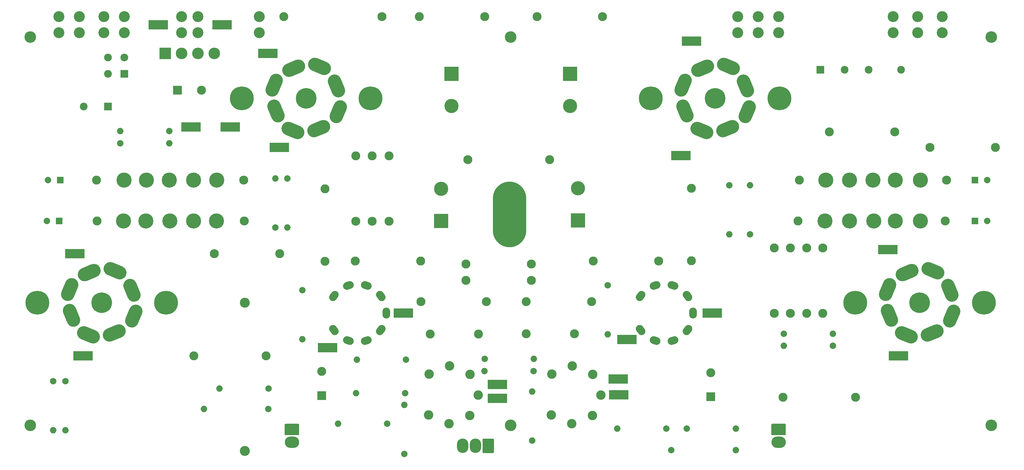
<source format=gbr>
G04 #@! TF.GenerationSoftware,KiCad,Pcbnew,(5.1.6)-1*
G04 #@! TF.CreationDate,2020-09-30T13:51:41+01:00*
G04 #@! TF.ProjectId,KIT88A,4b495438-3841-42e6-9b69-6361645f7063,rev?*
G04 #@! TF.SameCoordinates,Original*
G04 #@! TF.FileFunction,Soldermask,Bot*
G04 #@! TF.FilePolarity,Negative*
%FSLAX46Y46*%
G04 Gerber Fmt 4.6, Leading zero omitted, Abs format (unit mm)*
G04 Created by KiCad (PCBNEW (5.1.6)-1) date 2020-09-30 13:51:41*
%MOMM*%
%LPD*%
G01*
G04 APERTURE LIST*
%ADD10C,3.100000*%
%ADD11C,2.900000*%
%ADD12O,10.400000X20.400000*%
%ADD13R,3.200000X3.000000*%
%ADD14C,2.800000*%
%ADD15O,2.800000X2.800000*%
%ADD16O,2.400000X3.400000*%
%ADD17C,3.400000*%
%ADD18C,2.940000*%
%ADD19C,7.400000*%
%ADD20C,6.400000*%
%ADD21C,4.700000*%
%ADD22C,3.600000*%
%ADD23C,4.400000*%
%ADD24R,4.400000X4.400000*%
%ADD25R,2.800000X2.800000*%
%ADD26R,2.400000X2.400000*%
%ADD27C,2.400000*%
%ADD28R,2.000000X2.000000*%
%ADD29C,2.000000*%
%ADD30O,2.000000X2.000000*%
%ADD31O,4.500000X3.560000*%
%ADD32O,3.560000X4.500000*%
%ADD33O,2.400000X2.400000*%
%ADD34C,3.600001*%
%ADD35R,3.600000X3.600000*%
G04 APERTURE END LIST*
D10*
X92075000Y-236537500D03*
X92075000Y-190500000D03*
D11*
X174295000Y-171704000D03*
X174295000Y-168910000D03*
D12*
X174295000Y-163068000D03*
D11*
X174295000Y-165862000D03*
X174295000Y-160274000D03*
X174295000Y-157480000D03*
X174295000Y-154686000D03*
D13*
X232156000Y-109220000D03*
X229362000Y-109220000D03*
X101346000Y-142240000D03*
X104140000Y-142240000D03*
X100584000Y-113030000D03*
X97790000Y-113030000D03*
X226060000Y-144780000D03*
X228854000Y-144780000D03*
X40386000Y-207010000D03*
X43180000Y-207010000D03*
X40640000Y-175260000D03*
X37846000Y-175260000D03*
X293624000Y-207010000D03*
X296418000Y-207010000D03*
X293116000Y-173990000D03*
X290322000Y-173990000D03*
X119126000Y-204470000D03*
X116332000Y-204470000D03*
X139929000Y-193650000D03*
X142723000Y-193650000D03*
X209296000Y-201930000D03*
X212090000Y-201930000D03*
X235839000Y-193650000D03*
X238633000Y-193650000D03*
X206794000Y-219100000D03*
X209588000Y-219100000D03*
X206616000Y-214211000D03*
X209410000Y-214211000D03*
X73914000Y-135890000D03*
X76708000Y-135890000D03*
X86106000Y-135890000D03*
X88900000Y-135890000D03*
X169100000Y-220167000D03*
X171894000Y-220167000D03*
X169100000Y-215900000D03*
X171894000Y-215900000D03*
D14*
X104127000Y-101600000D03*
D15*
X134607000Y-101600000D03*
G36*
G01*
X120984713Y-188685834D02*
X120396927Y-189494850D01*
G75*
G02*
X118720765Y-189760328I-970820J705342D01*
G01*
X118720765Y-189760328D01*
G75*
G02*
X118455287Y-188084166I705342J970820D01*
G01*
X119043073Y-187275150D01*
G75*
G02*
X120719235Y-187009672I970820J-705342D01*
G01*
X120719235Y-187009672D01*
G75*
G02*
X120984713Y-188685834I-705342J-970820D01*
G01*
G37*
G36*
G01*
X125066349Y-186101759D02*
X124115292Y-186410776D01*
G75*
G02*
X122603204Y-185640328I-370820J1141268D01*
G01*
X122603204Y-185640328D01*
G75*
G02*
X123373652Y-184128240I1141268J370820D01*
G01*
X124324708Y-183819224D01*
G75*
G02*
X125836796Y-184589672I370820J-1141268D01*
G01*
X125836796Y-184589672D01*
G75*
G02*
X125066348Y-186101760I-1141268J-370820D01*
G01*
G37*
G36*
G01*
X129884708Y-186410776D02*
X128933652Y-186101760D01*
G75*
G02*
X128163204Y-184589672I370820J1141268D01*
G01*
X128163204Y-184589672D01*
G75*
G02*
X129675292Y-183819224I1141268J-370820D01*
G01*
X130626348Y-184128240D01*
G75*
G02*
X131396796Y-185640328I-370820J-1141268D01*
G01*
X131396796Y-185640328D01*
G75*
G02*
X129884708Y-186410776I-1141268J370820D01*
G01*
G37*
G36*
G01*
X133603072Y-189494851D02*
X133015287Y-188685834D01*
G75*
G02*
X133280765Y-187009672I970820J705342D01*
G01*
X133280765Y-187009672D01*
G75*
G02*
X134956927Y-187275150I705342J-970820D01*
G01*
X135544713Y-188084166D01*
G75*
G02*
X135279235Y-189760328I-970820J-705342D01*
G01*
X135279235Y-189760328D01*
G75*
G02*
X133603073Y-189494850I-705342J970820D01*
G01*
G37*
D16*
X136000000Y-193675000D03*
G36*
G01*
X135544713Y-199265834D02*
X134956927Y-200074850D01*
G75*
G02*
X133280765Y-200340328I-970820J705342D01*
G01*
X133280765Y-200340328D01*
G75*
G02*
X133015287Y-198664166I705342J970820D01*
G01*
X133603073Y-197855150D01*
G75*
G02*
X135279235Y-197589672I970820J-705342D01*
G01*
X135279235Y-197589672D01*
G75*
G02*
X135544713Y-199265834I-705342J-970820D01*
G01*
G37*
G36*
G01*
X130626349Y-203221759D02*
X129675292Y-203530776D01*
G75*
G02*
X128163204Y-202760328I-370820J1141268D01*
G01*
X128163204Y-202760328D01*
G75*
G02*
X128933652Y-201248240I1141268J370820D01*
G01*
X129884708Y-200939224D01*
G75*
G02*
X131396796Y-201709672I370820J-1141268D01*
G01*
X131396796Y-201709672D01*
G75*
G02*
X130626348Y-203221760I-1141268J-370820D01*
G01*
G37*
G36*
G01*
X124324708Y-203530776D02*
X123373652Y-203221760D01*
G75*
G02*
X122603204Y-201709672I370820J1141268D01*
G01*
X122603204Y-201709672D01*
G75*
G02*
X124115292Y-200939224I1141268J-370820D01*
G01*
X125066348Y-201248240D01*
G75*
G02*
X125836796Y-202760328I-370820J-1141268D01*
G01*
X125836796Y-202760328D01*
G75*
G02*
X124324708Y-203530776I-1141268J370820D01*
G01*
G37*
G36*
G01*
X119043072Y-200074851D02*
X118455287Y-199265834D01*
G75*
G02*
X118720765Y-197589672I970820J705342D01*
G01*
X118720765Y-197589672D01*
G75*
G02*
X120396927Y-197855150I705342J-970820D01*
G01*
X120984713Y-198664166D01*
G75*
G02*
X120719235Y-200340328I-970820J-705342D01*
G01*
X120719235Y-200340328D01*
G75*
G02*
X119043073Y-200074850I-705342J970820D01*
G01*
G37*
D17*
X257810000Y-106600000D03*
X257810000Y-101600000D03*
X308610000Y-106600000D03*
X308610000Y-101600000D03*
X40640000Y-106600000D03*
X40640000Y-101600000D03*
X48260000Y-106600000D03*
X48260000Y-101600000D03*
X34290000Y-106600000D03*
X34290000Y-101600000D03*
X96520000Y-106600000D03*
X96520000Y-101600000D03*
X300990000Y-106600000D03*
X300990000Y-101600000D03*
X245110000Y-106600000D03*
X245110000Y-101600000D03*
X251460000Y-106600000D03*
X251460000Y-101600000D03*
X293370000Y-106600000D03*
X293370000Y-101600000D03*
X54610000Y-106600000D03*
X54610000Y-101600000D03*
D18*
X149158749Y-225377493D03*
X155498468Y-228068545D03*
X161877493Y-225491251D03*
X164568545Y-219151532D03*
X161991251Y-212772507D03*
X155651532Y-210081455D03*
X149272507Y-212658749D03*
X187258749Y-225377493D03*
X193598468Y-228068545D03*
X199977493Y-225491251D03*
X202668545Y-219151532D03*
X200091251Y-212772507D03*
X193751532Y-210081455D03*
X187372507Y-212658749D03*
G36*
G01*
X216234713Y-188685834D02*
X215646927Y-189494850D01*
G75*
G02*
X213970765Y-189760328I-970820J705342D01*
G01*
X213970765Y-189760328D01*
G75*
G02*
X213705287Y-188084166I705342J970820D01*
G01*
X214293073Y-187275150D01*
G75*
G02*
X215969235Y-187009672I970820J-705342D01*
G01*
X215969235Y-187009672D01*
G75*
G02*
X216234713Y-188685834I-705342J-970820D01*
G01*
G37*
G36*
G01*
X220316349Y-186101759D02*
X219365292Y-186410776D01*
G75*
G02*
X217853204Y-185640328I-370820J1141268D01*
G01*
X217853204Y-185640328D01*
G75*
G02*
X218623652Y-184128240I1141268J370820D01*
G01*
X219574708Y-183819224D01*
G75*
G02*
X221086796Y-184589672I370820J-1141268D01*
G01*
X221086796Y-184589672D01*
G75*
G02*
X220316348Y-186101760I-1141268J-370820D01*
G01*
G37*
G36*
G01*
X225134708Y-186410776D02*
X224183652Y-186101760D01*
G75*
G02*
X223413204Y-184589672I370820J1141268D01*
G01*
X223413204Y-184589672D01*
G75*
G02*
X224925292Y-183819224I1141268J-370820D01*
G01*
X225876348Y-184128240D01*
G75*
G02*
X226646796Y-185640328I-370820J-1141268D01*
G01*
X226646796Y-185640328D01*
G75*
G02*
X225134708Y-186410776I-1141268J370820D01*
G01*
G37*
G36*
G01*
X228853072Y-189494851D02*
X228265287Y-188685834D01*
G75*
G02*
X228530765Y-187009672I970820J705342D01*
G01*
X228530765Y-187009672D01*
G75*
G02*
X230206927Y-187275150I705342J-970820D01*
G01*
X230794713Y-188084166D01*
G75*
G02*
X230529235Y-189760328I-970820J-705342D01*
G01*
X230529235Y-189760328D01*
G75*
G02*
X228853073Y-189494850I-705342J970820D01*
G01*
G37*
D16*
X231250000Y-193675000D03*
G36*
G01*
X230794713Y-199265834D02*
X230206927Y-200074850D01*
G75*
G02*
X228530765Y-200340328I-970820J705342D01*
G01*
X228530765Y-200340328D01*
G75*
G02*
X228265287Y-198664166I705342J970820D01*
G01*
X228853073Y-197855150D01*
G75*
G02*
X230529235Y-197589672I970820J-705342D01*
G01*
X230529235Y-197589672D01*
G75*
G02*
X230794713Y-199265834I-705342J-970820D01*
G01*
G37*
G36*
G01*
X225876349Y-203221759D02*
X224925292Y-203530776D01*
G75*
G02*
X223413204Y-202760328I-370820J1141268D01*
G01*
X223413204Y-202760328D01*
G75*
G02*
X224183652Y-201248240I1141268J370820D01*
G01*
X225134708Y-200939224D01*
G75*
G02*
X226646796Y-201709672I370820J-1141268D01*
G01*
X226646796Y-201709672D01*
G75*
G02*
X225876348Y-203221760I-1141268J-370820D01*
G01*
G37*
G36*
G01*
X219574708Y-203530776D02*
X218623652Y-203221760D01*
G75*
G02*
X217853204Y-201709672I370820J1141268D01*
G01*
X217853204Y-201709672D01*
G75*
G02*
X219365292Y-200939224I1141268J-370820D01*
G01*
X220316348Y-201248240D01*
G75*
G02*
X221086796Y-202760328I-370820J-1141268D01*
G01*
X221086796Y-202760328D01*
G75*
G02*
X219574708Y-203530776I-1141268J370820D01*
G01*
G37*
G36*
G01*
X214293072Y-200074851D02*
X213705287Y-199265834D01*
G75*
G02*
X213970765Y-197589672I970820J705342D01*
G01*
X213970765Y-197589672D01*
G75*
G02*
X215646927Y-197855150I705342J-970820D01*
G01*
X216234713Y-198664166D01*
G75*
G02*
X215969235Y-200340328I-970820J-705342D01*
G01*
X215969235Y-200340328D01*
G75*
G02*
X214293073Y-200074850I-705342J970820D01*
G01*
G37*
D19*
X258125000Y-127000000D03*
X218125000Y-127000000D03*
D20*
X238125000Y-127000000D03*
G36*
G01*
X230154313Y-134306418D02*
X230154312Y-134306418D01*
G75*
G02*
X227410530Y-133169906I-803635J1940147D01*
G01*
X226185944Y-130213492D01*
G75*
G02*
X227322456Y-127469710I1940147J803635D01*
G01*
X227322456Y-127469710D01*
G75*
G02*
X230066238Y-128606222I803635J-1940147D01*
G01*
X231290824Y-131562636D01*
G75*
G02*
X230154312Y-134306418I-1940147J-803635D01*
G01*
G37*
G36*
G01*
X237419440Y-138371939D02*
X237419440Y-138371938D01*
G75*
G02*
X234675658Y-139508450I-1940147J803635D01*
G01*
X231719244Y-138283864D01*
G75*
G02*
X230582732Y-135540082I803635J1940147D01*
G01*
X230582732Y-135540082D01*
G75*
G02*
X233326514Y-134403570I1940147J-803635D01*
G01*
X236282928Y-135628156D01*
G75*
G02*
X237419440Y-138371938I-803635J-1940147D01*
G01*
G37*
G36*
G01*
X238594710Y-137802545D02*
X238594710Y-137802544D01*
G75*
G02*
X239731222Y-135058762I1940147J803635D01*
G01*
X242687636Y-133834176D01*
G75*
G02*
X245431418Y-134970688I803635J-1940147D01*
G01*
X245431418Y-134970688D01*
G75*
G02*
X244294906Y-137714470I-1940147J-803635D01*
G01*
X241338492Y-138939056D01*
G75*
G02*
X238594710Y-137802544I-803635J1940147D01*
G01*
G37*
G36*
G01*
X246665081Y-134542268D02*
X246665082Y-134542268D01*
G75*
G02*
X245528570Y-131798486I803635J1940147D01*
G01*
X246753156Y-128842072D01*
G75*
G02*
X249496938Y-127705560I1940147J-803635D01*
G01*
X249496938Y-127705560D01*
G75*
G02*
X250633450Y-130449342I-803635J-1940147D01*
G01*
X249408864Y-133405756D01*
G75*
G02*
X246665082Y-134542268I-1940147J803635D01*
G01*
G37*
G36*
G01*
X248927545Y-126530290D02*
X248927544Y-126530290D01*
G75*
G02*
X246183762Y-125393778I-803635J1940147D01*
G01*
X244959176Y-122437364D01*
G75*
G02*
X246095688Y-119693582I1940147J803635D01*
G01*
X246095688Y-119693582D01*
G75*
G02*
X248839470Y-120830094I803635J-1940147D01*
G01*
X250064056Y-123786508D01*
G75*
G02*
X248927544Y-126530290I-1940147J-803635D01*
G01*
G37*
G36*
G01*
X238830560Y-115628061D02*
X238830560Y-115628062D01*
G75*
G02*
X241574342Y-114491550I1940147J-803635D01*
G01*
X244530756Y-115716136D01*
G75*
G02*
X245667268Y-118459918I-803635J-1940147D01*
G01*
X245667268Y-118459918D01*
G75*
G02*
X242923486Y-119596430I-1940147J803635D01*
G01*
X239967072Y-118371844D01*
G75*
G02*
X238830560Y-115628062I803635J1940147D01*
G01*
G37*
G36*
G01*
X237655290Y-116197455D02*
X237655290Y-116197456D01*
G75*
G02*
X236518778Y-118941238I-1940147J-803635D01*
G01*
X233562364Y-120165824D01*
G75*
G02*
X230818582Y-119029312I-803635J1940147D01*
G01*
X230818582Y-119029312D01*
G75*
G02*
X231955094Y-116285530I1940147J803635D01*
G01*
X234911508Y-115060944D01*
G75*
G02*
X237655290Y-116197456I803635J-1940147D01*
G01*
G37*
G36*
G01*
X226753061Y-126294440D02*
X226753062Y-126294440D01*
G75*
G02*
X225616550Y-123550658I803635J1940147D01*
G01*
X226841136Y-120594244D01*
G75*
G02*
X229584918Y-119457732I1940147J-803635D01*
G01*
X229584918Y-119457732D01*
G75*
G02*
X230721430Y-122201514I-803635J-1940147D01*
G01*
X229496844Y-125157928D01*
G75*
G02*
X226753062Y-126294440I-1940147J803635D01*
G01*
G37*
D19*
X321625000Y-190500000D03*
X281625000Y-190500000D03*
D20*
X301625000Y-190500000D03*
G36*
G01*
X293654313Y-197806418D02*
X293654312Y-197806418D01*
G75*
G02*
X290910530Y-196669906I-803635J1940147D01*
G01*
X289685944Y-193713492D01*
G75*
G02*
X290822456Y-190969710I1940147J803635D01*
G01*
X290822456Y-190969710D01*
G75*
G02*
X293566238Y-192106222I803635J-1940147D01*
G01*
X294790824Y-195062636D01*
G75*
G02*
X293654312Y-197806418I-1940147J-803635D01*
G01*
G37*
G36*
G01*
X300919440Y-201871939D02*
X300919440Y-201871938D01*
G75*
G02*
X298175658Y-203008450I-1940147J803635D01*
G01*
X295219244Y-201783864D01*
G75*
G02*
X294082732Y-199040082I803635J1940147D01*
G01*
X294082732Y-199040082D01*
G75*
G02*
X296826514Y-197903570I1940147J-803635D01*
G01*
X299782928Y-199128156D01*
G75*
G02*
X300919440Y-201871938I-803635J-1940147D01*
G01*
G37*
G36*
G01*
X302094710Y-201302545D02*
X302094710Y-201302544D01*
G75*
G02*
X303231222Y-198558762I1940147J803635D01*
G01*
X306187636Y-197334176D01*
G75*
G02*
X308931418Y-198470688I803635J-1940147D01*
G01*
X308931418Y-198470688D01*
G75*
G02*
X307794906Y-201214470I-1940147J-803635D01*
G01*
X304838492Y-202439056D01*
G75*
G02*
X302094710Y-201302544I-803635J1940147D01*
G01*
G37*
G36*
G01*
X310165081Y-198042268D02*
X310165082Y-198042268D01*
G75*
G02*
X309028570Y-195298486I803635J1940147D01*
G01*
X310253156Y-192342072D01*
G75*
G02*
X312996938Y-191205560I1940147J-803635D01*
G01*
X312996938Y-191205560D01*
G75*
G02*
X314133450Y-193949342I-803635J-1940147D01*
G01*
X312908864Y-196905756D01*
G75*
G02*
X310165082Y-198042268I-1940147J803635D01*
G01*
G37*
G36*
G01*
X312427545Y-190030290D02*
X312427544Y-190030290D01*
G75*
G02*
X309683762Y-188893778I-803635J1940147D01*
G01*
X308459176Y-185937364D01*
G75*
G02*
X309595688Y-183193582I1940147J803635D01*
G01*
X309595688Y-183193582D01*
G75*
G02*
X312339470Y-184330094I803635J-1940147D01*
G01*
X313564056Y-187286508D01*
G75*
G02*
X312427544Y-190030290I-1940147J-803635D01*
G01*
G37*
G36*
G01*
X302330560Y-179128061D02*
X302330560Y-179128062D01*
G75*
G02*
X305074342Y-177991550I1940147J-803635D01*
G01*
X308030756Y-179216136D01*
G75*
G02*
X309167268Y-181959918I-803635J-1940147D01*
G01*
X309167268Y-181959918D01*
G75*
G02*
X306423486Y-183096430I-1940147J803635D01*
G01*
X303467072Y-181871844D01*
G75*
G02*
X302330560Y-179128062I803635J1940147D01*
G01*
G37*
G36*
G01*
X301155290Y-179697455D02*
X301155290Y-179697456D01*
G75*
G02*
X300018778Y-182441238I-1940147J-803635D01*
G01*
X297062364Y-183665824D01*
G75*
G02*
X294318582Y-182529312I-803635J1940147D01*
G01*
X294318582Y-182529312D01*
G75*
G02*
X295455094Y-179785530I1940147J803635D01*
G01*
X298411508Y-178560944D01*
G75*
G02*
X301155290Y-179697456I803635J-1940147D01*
G01*
G37*
G36*
G01*
X290253061Y-189794440D02*
X290253062Y-189794440D01*
G75*
G02*
X289116550Y-187050658I803635J1940147D01*
G01*
X290341136Y-184094244D01*
G75*
G02*
X293084918Y-182957732I1940147J-803635D01*
G01*
X293084918Y-182957732D01*
G75*
G02*
X294221430Y-185701514I-803635J-1940147D01*
G01*
X292996844Y-188657928D01*
G75*
G02*
X290253062Y-189794440I-1940147J803635D01*
G01*
G37*
D19*
X131125000Y-127000000D03*
X91125000Y-127000000D03*
D20*
X111125000Y-127000000D03*
G36*
G01*
X103154313Y-134306418D02*
X103154312Y-134306418D01*
G75*
G02*
X100410530Y-133169906I-803635J1940147D01*
G01*
X99185944Y-130213492D01*
G75*
G02*
X100322456Y-127469710I1940147J803635D01*
G01*
X100322456Y-127469710D01*
G75*
G02*
X103066238Y-128606222I803635J-1940147D01*
G01*
X104290824Y-131562636D01*
G75*
G02*
X103154312Y-134306418I-1940147J-803635D01*
G01*
G37*
G36*
G01*
X110419440Y-138371939D02*
X110419440Y-138371938D01*
G75*
G02*
X107675658Y-139508450I-1940147J803635D01*
G01*
X104719244Y-138283864D01*
G75*
G02*
X103582732Y-135540082I803635J1940147D01*
G01*
X103582732Y-135540082D01*
G75*
G02*
X106326514Y-134403570I1940147J-803635D01*
G01*
X109282928Y-135628156D01*
G75*
G02*
X110419440Y-138371938I-803635J-1940147D01*
G01*
G37*
G36*
G01*
X111594710Y-137802545D02*
X111594710Y-137802544D01*
G75*
G02*
X112731222Y-135058762I1940147J803635D01*
G01*
X115687636Y-133834176D01*
G75*
G02*
X118431418Y-134970688I803635J-1940147D01*
G01*
X118431418Y-134970688D01*
G75*
G02*
X117294906Y-137714470I-1940147J-803635D01*
G01*
X114338492Y-138939056D01*
G75*
G02*
X111594710Y-137802544I-803635J1940147D01*
G01*
G37*
G36*
G01*
X119665081Y-134542268D02*
X119665082Y-134542268D01*
G75*
G02*
X118528570Y-131798486I803635J1940147D01*
G01*
X119753156Y-128842072D01*
G75*
G02*
X122496938Y-127705560I1940147J-803635D01*
G01*
X122496938Y-127705560D01*
G75*
G02*
X123633450Y-130449342I-803635J-1940147D01*
G01*
X122408864Y-133405756D01*
G75*
G02*
X119665082Y-134542268I-1940147J803635D01*
G01*
G37*
G36*
G01*
X121927545Y-126530290D02*
X121927544Y-126530290D01*
G75*
G02*
X119183762Y-125393778I-803635J1940147D01*
G01*
X117959176Y-122437364D01*
G75*
G02*
X119095688Y-119693582I1940147J803635D01*
G01*
X119095688Y-119693582D01*
G75*
G02*
X121839470Y-120830094I803635J-1940147D01*
G01*
X123064056Y-123786508D01*
G75*
G02*
X121927544Y-126530290I-1940147J-803635D01*
G01*
G37*
G36*
G01*
X111830560Y-115628061D02*
X111830560Y-115628062D01*
G75*
G02*
X114574342Y-114491550I1940147J-803635D01*
G01*
X117530756Y-115716136D01*
G75*
G02*
X118667268Y-118459918I-803635J-1940147D01*
G01*
X118667268Y-118459918D01*
G75*
G02*
X115923486Y-119596430I-1940147J803635D01*
G01*
X112967072Y-118371844D01*
G75*
G02*
X111830560Y-115628062I803635J1940147D01*
G01*
G37*
G36*
G01*
X110655290Y-116197455D02*
X110655290Y-116197456D01*
G75*
G02*
X109518778Y-118941238I-1940147J-803635D01*
G01*
X106562364Y-120165824D01*
G75*
G02*
X103818582Y-119029312I-803635J1940147D01*
G01*
X103818582Y-119029312D01*
G75*
G02*
X104955094Y-116285530I1940147J803635D01*
G01*
X107911508Y-115060944D01*
G75*
G02*
X110655290Y-116197456I803635J-1940147D01*
G01*
G37*
G36*
G01*
X99753061Y-126294440D02*
X99753062Y-126294440D01*
G75*
G02*
X98616550Y-123550658I803635J1940147D01*
G01*
X99841136Y-120594244D01*
G75*
G02*
X102584918Y-119457732I1940147J-803635D01*
G01*
X102584918Y-119457732D01*
G75*
G02*
X103721430Y-122201514I-803635J-1940147D01*
G01*
X102496844Y-125157928D01*
G75*
G02*
X99753062Y-126294440I-1940147J803635D01*
G01*
G37*
D19*
X67625000Y-190500000D03*
X27625000Y-190500000D03*
D20*
X47625000Y-190500000D03*
G36*
G01*
X39654313Y-197806418D02*
X39654312Y-197806418D01*
G75*
G02*
X36910530Y-196669906I-803635J1940147D01*
G01*
X35685944Y-193713492D01*
G75*
G02*
X36822456Y-190969710I1940147J803635D01*
G01*
X36822456Y-190969710D01*
G75*
G02*
X39566238Y-192106222I803635J-1940147D01*
G01*
X40790824Y-195062636D01*
G75*
G02*
X39654312Y-197806418I-1940147J-803635D01*
G01*
G37*
G36*
G01*
X46919440Y-201871939D02*
X46919440Y-201871938D01*
G75*
G02*
X44175658Y-203008450I-1940147J803635D01*
G01*
X41219244Y-201783864D01*
G75*
G02*
X40082732Y-199040082I803635J1940147D01*
G01*
X40082732Y-199040082D01*
G75*
G02*
X42826514Y-197903570I1940147J-803635D01*
G01*
X45782928Y-199128156D01*
G75*
G02*
X46919440Y-201871938I-803635J-1940147D01*
G01*
G37*
G36*
G01*
X48094710Y-201302545D02*
X48094710Y-201302544D01*
G75*
G02*
X49231222Y-198558762I1940147J803635D01*
G01*
X52187636Y-197334176D01*
G75*
G02*
X54931418Y-198470688I803635J-1940147D01*
G01*
X54931418Y-198470688D01*
G75*
G02*
X53794906Y-201214470I-1940147J-803635D01*
G01*
X50838492Y-202439056D01*
G75*
G02*
X48094710Y-201302544I-803635J1940147D01*
G01*
G37*
G36*
G01*
X56165081Y-198042268D02*
X56165082Y-198042268D01*
G75*
G02*
X55028570Y-195298486I803635J1940147D01*
G01*
X56253156Y-192342072D01*
G75*
G02*
X58996938Y-191205560I1940147J-803635D01*
G01*
X58996938Y-191205560D01*
G75*
G02*
X60133450Y-193949342I-803635J-1940147D01*
G01*
X58908864Y-196905756D01*
G75*
G02*
X56165082Y-198042268I-1940147J803635D01*
G01*
G37*
G36*
G01*
X58427545Y-190030290D02*
X58427544Y-190030290D01*
G75*
G02*
X55683762Y-188893778I-803635J1940147D01*
G01*
X54459176Y-185937364D01*
G75*
G02*
X55595688Y-183193582I1940147J803635D01*
G01*
X55595688Y-183193582D01*
G75*
G02*
X58339470Y-184330094I803635J-1940147D01*
G01*
X59564056Y-187286508D01*
G75*
G02*
X58427544Y-190030290I-1940147J-803635D01*
G01*
G37*
G36*
G01*
X48330560Y-179128061D02*
X48330560Y-179128062D01*
G75*
G02*
X51074342Y-177991550I1940147J-803635D01*
G01*
X54030756Y-179216136D01*
G75*
G02*
X55167268Y-181959918I-803635J-1940147D01*
G01*
X55167268Y-181959918D01*
G75*
G02*
X52423486Y-183096430I-1940147J803635D01*
G01*
X49467072Y-181871844D01*
G75*
G02*
X48330560Y-179128062I803635J1940147D01*
G01*
G37*
G36*
G01*
X47155290Y-179697455D02*
X47155290Y-179697456D01*
G75*
G02*
X46018778Y-182441238I-1940147J-803635D01*
G01*
X43062364Y-183665824D01*
G75*
G02*
X40318582Y-182529312I-803635J1940147D01*
G01*
X40318582Y-182529312D01*
G75*
G02*
X41455094Y-179785530I1940147J803635D01*
G01*
X44411508Y-178560944D01*
G75*
G02*
X47155290Y-179697456I803635J-1940147D01*
G01*
G37*
G36*
G01*
X36253061Y-189794440D02*
X36253062Y-189794440D01*
G75*
G02*
X35116550Y-187050658I803635J1940147D01*
G01*
X36341136Y-184094244D01*
G75*
G02*
X39084918Y-182957732I1940147J-803635D01*
G01*
X39084918Y-182957732D01*
G75*
G02*
X40221430Y-185701514I-803635J-1940147D01*
G01*
X38996844Y-188657928D01*
G75*
G02*
X36253062Y-189794440I-1940147J803635D01*
G01*
G37*
D21*
X272466000Y-152400000D03*
D15*
X91719400Y-152400000D03*
D14*
X45999400Y-152400000D03*
X264261000Y-152400000D03*
D15*
X309981000Y-152400000D03*
D14*
X46126400Y-165100000D03*
D15*
X91846400Y-165100000D03*
X309575000Y-165100000D03*
D14*
X263855000Y-165100000D03*
D22*
X25400000Y-228600000D03*
X174624800Y-228600000D03*
X323850000Y-228600000D03*
X25400000Y-107950000D03*
X174625000Y-107950000D03*
X323850000Y-107950000D03*
D21*
X279806000Y-152400000D03*
X287147000Y-152400000D03*
X294081000Y-152400000D03*
X301828000Y-152400000D03*
X272263000Y-165100000D03*
X279806000Y-165100000D03*
X287350000Y-165100000D03*
X294081000Y-165100000D03*
X301828000Y-165100000D03*
X54508400Y-152400000D03*
X54381400Y-165100000D03*
X61493400Y-152400000D03*
X61315600Y-165100000D03*
X68605400Y-152400000D03*
X68732400Y-165100000D03*
X76098400Y-152400000D03*
X76174600Y-165100000D03*
X83337400Y-152400000D03*
X83286600Y-165100000D03*
D23*
X156210000Y-129380000D03*
D24*
X156210000Y-119380000D03*
X193040000Y-119380000D03*
D23*
X193040000Y-129380000D03*
D25*
X71120000Y-124460000D03*
D14*
X78620000Y-124460000D03*
D26*
X49530000Y-129540000D03*
D27*
X42030000Y-129540000D03*
D24*
X153035000Y-165062000D03*
D23*
X153035000Y-155062000D03*
X195491000Y-154884000D03*
D24*
X195491000Y-164884000D03*
D14*
X116916000Y-155105000D03*
X116916000Y-177605000D03*
X230759000Y-154902000D03*
X230759000Y-177402000D03*
D28*
X34721800Y-152400000D03*
D29*
X30921800Y-152400000D03*
X322621000Y-152400000D03*
D28*
X318821000Y-152400000D03*
D29*
X30566200Y-165100000D03*
D28*
X34366200Y-165100000D03*
X318821000Y-165100000D03*
D29*
X322621000Y-165100000D03*
D14*
X149606000Y-200203000D03*
X164606000Y-200203000D03*
X179437000Y-200101000D03*
X194437000Y-200101000D03*
X98700000Y-207010000D03*
X76200000Y-207010000D03*
X281707000Y-219837000D03*
X259207000Y-219837000D03*
D25*
X115913000Y-219342000D03*
D14*
X115913000Y-211842000D03*
X236792000Y-212223000D03*
D25*
X236792000Y-219723000D03*
D29*
X99326700Y-223495000D03*
D30*
X79326700Y-223495000D03*
X53340000Y-137160000D03*
D29*
X68580000Y-137160000D03*
X53340000Y-140970000D03*
D30*
X68580000Y-140970000D03*
D14*
X126556000Y-144843000D03*
D15*
X126556000Y-165163000D03*
D29*
X105283000Y-151841000D03*
D30*
X105283000Y-167081000D03*
X101549000Y-151828000D03*
D29*
X101549000Y-167068000D03*
D30*
X242519000Y-169189000D03*
D29*
X242519000Y-153949000D03*
D30*
X248920000Y-153962000D03*
D29*
X248920000Y-169202000D03*
D15*
X293916000Y-137401000D03*
D14*
X273596000Y-137401000D03*
D15*
X126365000Y-177508000D03*
D14*
X146685000Y-177508000D03*
D15*
X220599000Y-177508000D03*
D14*
X200279000Y-177508000D03*
D15*
X146723000Y-190170000D03*
D14*
X167043000Y-190170000D03*
D15*
X199784000Y-190170000D03*
D14*
X179464000Y-190170000D03*
D30*
X109957000Y-201778000D03*
D29*
X109957000Y-186538000D03*
X204737000Y-185014000D03*
D30*
X204737000Y-200254000D03*
D29*
X259461000Y-200114000D03*
D30*
X274701000Y-200114000D03*
X259474000Y-203873000D03*
D29*
X274714000Y-203873000D03*
X142075000Y-208166000D03*
D30*
X126835000Y-208166000D03*
D29*
X166522000Y-207912000D03*
D30*
X181762000Y-207912000D03*
D29*
X32562800Y-214833000D03*
D30*
X32562800Y-230073000D03*
X36322000Y-230060000D03*
D29*
X36322000Y-214820000D03*
D15*
X82550000Y-175260000D03*
D14*
X102870000Y-175260000D03*
X325120000Y-142240000D03*
D15*
X304800000Y-142240000D03*
D29*
X141833000Y-218567000D03*
D30*
X126593000Y-218567000D03*
X166510000Y-211696000D03*
D29*
X181750000Y-211696000D03*
D30*
X141567000Y-222263000D03*
D29*
X141567000Y-237503000D03*
X181254000Y-233274000D03*
D30*
X181254000Y-218034000D03*
X84213700Y-217170000D03*
D29*
X99453700Y-217170000D03*
X229298000Y-229591000D03*
D30*
X244538000Y-229591000D03*
D29*
X136233000Y-228105000D03*
D30*
X120993000Y-228105000D03*
X207747000Y-229578000D03*
D29*
X222987000Y-229578000D03*
D14*
X136817000Y-144831000D03*
D15*
X136817000Y-165151000D03*
X131585000Y-165151000D03*
D14*
X131585000Y-144831000D03*
X261493000Y-173444000D03*
D15*
X261493000Y-193764000D03*
D14*
X256438000Y-173444000D03*
D15*
X256438000Y-193764000D03*
D14*
X271590000Y-193764000D03*
D15*
X271590000Y-173444000D03*
D14*
X266535000Y-193764000D03*
D15*
X266535000Y-173444000D03*
D14*
X160718000Y-178473000D03*
D15*
X181038000Y-178473000D03*
X181038000Y-183528000D03*
D14*
X160718000Y-183528000D03*
X146228000Y-101600000D03*
D15*
X166548000Y-101600000D03*
X203124000Y-101600000D03*
D14*
X182804000Y-101600000D03*
D29*
X224511000Y-236309000D03*
D30*
X244511000Y-236309000D03*
G36*
G01*
X104711645Y-228090000D02*
X108648355Y-228090000D01*
G75*
G02*
X108930000Y-228371645I0J-281645D01*
G01*
X108930000Y-231368355D01*
G75*
G02*
X108648355Y-231650000I-281645J0D01*
G01*
X104711645Y-231650000D01*
G75*
G02*
X104430000Y-231368355I0J281645D01*
G01*
X104430000Y-228371645D01*
G75*
G02*
X104711645Y-228090000I281645J0D01*
G01*
G37*
D31*
X106680000Y-233830000D03*
X257810000Y-233830000D03*
G36*
G01*
X255841645Y-228090000D02*
X259778355Y-228090000D01*
G75*
G02*
X260060000Y-228371645I0J-281645D01*
G01*
X260060000Y-231368355D01*
G75*
G02*
X259778355Y-231650000I-281645J0D01*
G01*
X255841645Y-231650000D01*
G75*
G02*
X255560000Y-231368355I0J281645D01*
G01*
X255560000Y-228371645D01*
G75*
G02*
X255841645Y-228090000I281645J0D01*
G01*
G37*
G36*
G01*
X169420000Y-232981645D02*
X169420000Y-236918355D01*
G75*
G02*
X169138355Y-237200000I-281645J0D01*
G01*
X166141645Y-237200000D01*
G75*
G02*
X165860000Y-236918355I0J281645D01*
G01*
X165860000Y-232981645D01*
G75*
G02*
X166141645Y-232700000I281645J0D01*
G01*
X169138355Y-232700000D01*
G75*
G02*
X169420000Y-232981645I0J-281645D01*
G01*
G37*
D32*
X163680000Y-234950000D03*
X159720000Y-234950000D03*
D14*
X186690000Y-146050000D03*
D15*
X161290000Y-146050000D03*
D26*
X270815000Y-118059000D03*
D27*
X278315000Y-118059000D03*
X285815000Y-118059000D03*
X295815000Y-118059000D03*
D33*
X49530000Y-119380000D03*
X54610000Y-114300000D03*
X49530000Y-114300000D03*
D26*
X54610000Y-119380000D03*
D34*
X82550000Y-113030000D03*
X77470000Y-113030000D03*
D22*
X72390000Y-113030000D03*
D35*
X67310000Y-113030000D03*
D17*
X77470000Y-101600000D03*
X77470000Y-106600000D03*
X72390000Y-106600000D03*
X72390000Y-101600000D03*
D13*
X83566000Y-104140000D03*
X86360000Y-104140000D03*
X66548000Y-104140000D03*
X63754000Y-104140000D03*
M02*

</source>
